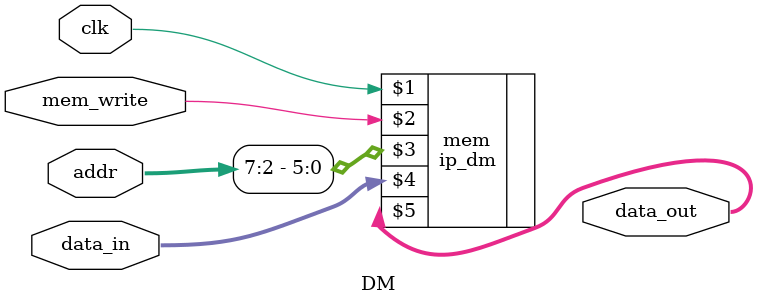
<source format=v>
module DM(
    input clk,
    input mem_write,
    input [31:0] addr, //addr[7:2]读写地址
    input [31:0] data_in, //写入数据
    output [31:0] data_out //读出数据
);

ip_dm mem (
  clk,
  mem_write,
  addr[7:2],
  data_in,
  data_out
);

endmodule
</source>
